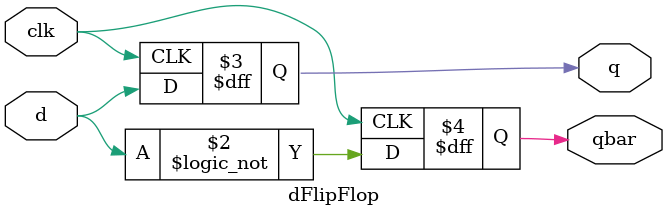
<source format=v>
module dFlipFlop ( input clk, input d, output reg q, output reg qbar);
    always @(posedge clk) begin
        q <= d;
        qbar <= !d;
    end
endmodule
</source>
